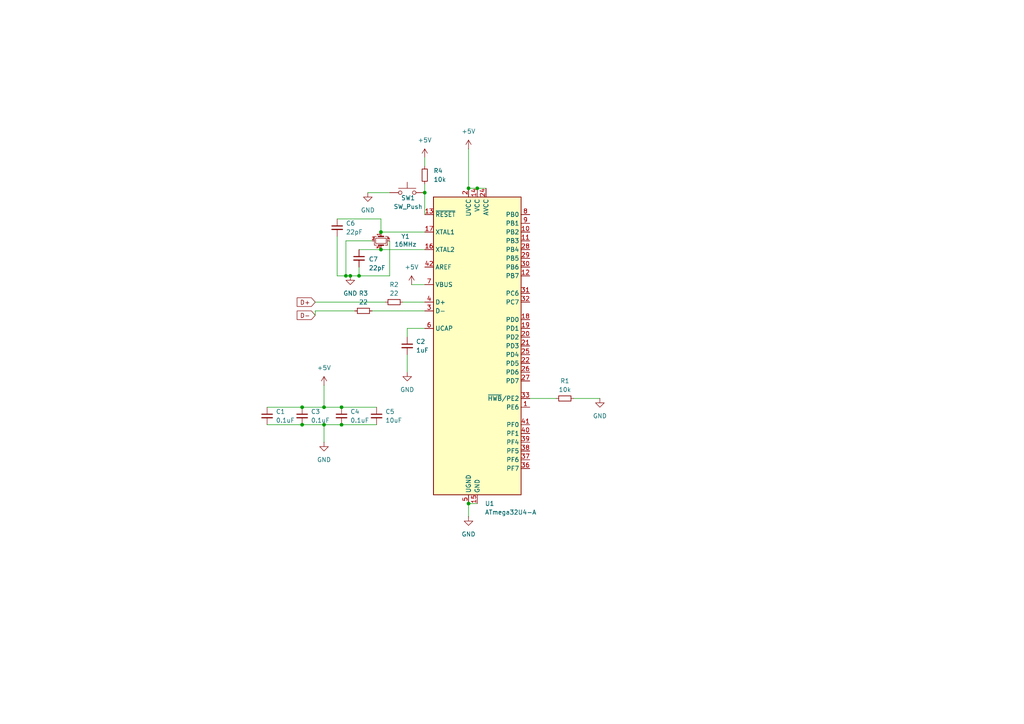
<source format=kicad_sch>
(kicad_sch (version 20231120) (generator "eeschema") (generator_version "8.0")
  (paper "A4")
  (lib_symbols
    (symbol "Device:C_Small" (pin_numbers hide) (pin_names (offset 0.254) hide)
      (property "Reference" "C" (at 0.254 1.778 0))
      (property "Value" "C_Small" (at 0.254 -2.032 0))
      (symbol "C_Small_0_1"
        (polyline (pts (xy -1.524 -0.508) (xy 1.524 -0.508)) (stroke (width 0.3302)))
        (polyline (pts (xy -1.524 0.508) (xy 1.524 0.508)) (stroke (width 0.3048)))
      )
      (symbol "C_Small_1_1"
        (pin passive line (at 0 2.54 270) (length 2.032) (name "~") (number "1"))
        (pin passive line (at 0 -2.54 90) (length 2.032) (name "~") (number "2"))
      )
    )
    (symbol "Device:Crystal_GND24_Small" (pin_names (offset 1.016) hide)
      (property "Reference" "Y" (at 1.27 4.445 0))
      (property "Value" "Crystal_GND24_Small" (at 1.27 2.54 0))
      (symbol "Crystal_GND24_Small_0_1"
        (rectangle (start -0.762 -1.524) (end 0.762 1.524))
        (polyline (pts (xy -1.27 -0.762) (xy -1.27 0.762)) (stroke (width 0.381)))
        (polyline (pts (xy 1.27 -0.762) (xy 1.27 0.762)) (stroke (width 0.381)))
        (polyline (pts (xy -1.27 -1.27) (xy -1.27 -1.905) (xy 1.27 -1.905) (xy 1.27 -1.27)))
        (polyline (pts (xy -1.27 1.27) (xy -1.27 1.905) (xy 1.27 1.905) (xy 1.27 1.27)))
      )
      (symbol "Crystal_GND24_Small_1_1"
        (pin passive line (at -2.54 0 0) (length 1.27) (name "1") (number "1"))
        (pin passive line (at 0 -2.54 90) (length 0.635) (name "2") (number "2"))
        (pin passive line (at 2.54 0 180) (length 1.27) (name "3") (number "3"))
        (pin passive line (at 0 2.54 270) (length 0.635) (name "4") (number "4"))
      )
    )
    (symbol "Device:R_Small" (pin_numbers hide) (pin_names (offset 0.254) hide)
      (property "Reference" "R" (at 0.762 0.508 0))
      (property "Value" "R_Small" (at 0.762 -1.016 0))
      (symbol "R_Small_0_1"
        (rectangle (start -0.762 1.778) (end 0.762 -1.778) (stroke (width 0.2032)))
      )
      (symbol "R_Small_1_1"
        (pin passive line (at 0 2.54 270) (length 0.762) (name "~") (number "1"))
        (pin passive line (at 0 -2.54 90) (length 0.762) (name "~") (number "2"))
      )
    )
    (symbol "MCU_Microchip_ATmega:ATmega32U4-A"
      (property "Reference" "U" (at -12.7 44.45 0))
      (property "Value" "ATmega32U4-A" (at 2.54 -44.45 0))
      (symbol "ATmega32U4-A_0_1"
        (rectangle (start -12.7 -43.18) (end 12.7 43.18) (stroke (width 0.254)) (fill (type background)))
      )
      (symbol "ATmega32U4-A_1_1"
        (pin bidirectional line (at 15.24 -17.78 180) (length 2.54) (name "PE6") (number "1"))
        (pin bidirectional line (at 15.24 33.02 180) (length 2.54) (name "PB2") (number "10"))
        (pin bidirectional line (at 15.24 30.48 180) (length 2.54) (name "PB3") (number "11"))
        (pin bidirectional line (at 15.24 20.32 180) (length 2.54) (name "PB7") (number "12"))
        (pin input line (at -15.24 38.1 0) (length 2.54) (name "~{RESET}") (number "13"))
        (pin power_in line (at 0 45.72 270) (length 2.54) (name "VCC") (number "14"))
        (pin power_in line (at 0 -45.72 90) (length 2.54) (name "GND") (number "15"))
        (pin output line (at -15.24 27.94 0) (length 2.54) (name "XTAL2") (number "16"))
        (pin input line (at -15.24 33.02 0) (length 2.54) (name "XTAL1") (number "17"))
        (pin bidirectional line (at 15.24 7.62 180) (length 2.54) (name "PD0") (number "18"))
        (pin bidirectional line (at 15.24 5.08 180) (length 2.54) (name "PD1") (number "19"))
        (pin power_in line (at -2.54 45.72 270) (length 2.54) (name "UVCC") (number "2"))
        (pin bidirectional line (at 15.24 2.54 180) (length 2.54) (name "PD2") (number "20"))
        (pin bidirectional line (at 15.24 0 180) (length 2.54) (name "PD3") (number "21"))
        (pin bidirectional line (at 15.24 -5.08 180) (length 2.54) (name "PD5") (number "22"))
        (pin passive line (at 0 -45.72 90) (length 2.54) hide (name "GND") (number "23"))
        (pin power_in line (at 2.54 45.72 270) (length 2.54) (name "AVCC") (number "24"))
        (pin bidirectional line (at 15.24 -2.54 180) (length 2.54) (name "PD4") (number "25"))
        (pin bidirectional line (at 15.24 -7.62 180) (length 2.54) (name "PD6") (number "26"))
        (pin bidirectional line (at 15.24 -10.16 180) (length 2.54) (name "PD7") (number "27"))
        (pin bidirectional line (at 15.24 27.94 180) (length 2.54) (name "PB4") (number "28"))
        (pin bidirectional line (at 15.24 25.4 180) (length 2.54) (name "PB5") (number "29"))
        (pin bidirectional line (at -15.24 10.16 0) (length 2.54) (name "D-") (number "3"))
        (pin bidirectional line (at 15.24 22.86 180) (length 2.54) (name "PB6") (number "30"))
        (pin bidirectional line (at 15.24 15.24 180) (length 2.54) (name "PC6") (number "31"))
        (pin bidirectional line (at 15.24 12.7 180) (length 2.54) (name "PC7") (number "32"))
        (pin bidirectional line (at 15.24 -15.24 180) (length 2.54) (name "~{HWB}/PE2") (number "33"))
        (pin passive line (at 0 45.72 270) (length 2.54) hide (name "VCC") (number "34"))
        (pin passive line (at 0 -45.72 90) (length 2.54) hide (name "GND") (number "35"))
        (pin bidirectional line (at 15.24 -35.56 180) (length 2.54) (name "PF7") (number "36"))
        (pin bidirectional line (at 15.24 -33.02 180) (length 2.54) (name "PF6") (number "37"))
        (pin bidirectional line (at 15.24 -30.48 180) (length 2.54) (name "PF5") (number "38"))
        (pin bidirectional line (at 15.24 -27.94 180) (length 2.54) (name "PF4") (number "39"))
        (pin bidirectional line (at -15.24 12.7 0) (length 2.54) (name "D+") (number "4"))
        (pin bidirectional line (at 15.24 -25.4 180) (length 2.54) (name "PF1") (number "40"))
        (pin bidirectional line (at 15.24 -22.86 180) (length 2.54) (name "PF0") (number "41"))
        (pin passive line (at -15.24 22.86 0) (length 2.54) (name "AREF") (number "42"))
        (pin passive line (at 0 -45.72 90) (length 2.54) hide (name "GND") (number "43"))
        (pin passive line (at 2.54 45.72 270) (length 2.54) hide (name "AVCC") (number "44"))
        (pin passive line (at -2.54 -45.72 90) (length 2.54) (name "UGND") (number "5"))
        (pin passive line (at -15.24 5.08 0) (length 2.54) (name "UCAP") (number "6"))
        (pin input line (at -15.24 17.78 0) (length 2.54) (name "VBUS") (number "7"))
        (pin bidirectional line (at 15.24 38.1 180) (length 2.54) (name "PB0") (number "8"))
        (pin bidirectional line (at 15.24 35.56 180) (length 2.54) (name "PB1") (number "9"))
      )
    )
    (symbol "Switch:SW_Push" (pin_numbers hide) (pin_names (offset 1.016) hide)
      (property "Reference" "SW" (at 1.27 2.54 0))
      (property "Value" "SW_Push" (at 0 -1.524 0))
      (symbol "SW_Push_0_1"
        (circle (center -2.032 0) (radius 0.508))
        (polyline (pts (xy 0 1.27) (xy 0 3.048)))
        (polyline (pts (xy 2.54 1.27) (xy -2.54 1.27)))
        (circle (center 2.032 0) (radius 0.508))
        (pin passive line (at -5.08 0 0) (length 2.54) (name "1") (number "1"))
        (pin passive line (at 5.08 0 180) (length 2.54) (name "2") (number "2"))
      )
    )
    (symbol "power:+5V" (power) (pin_numbers hide) (pin_names (offset 0) hide)
      (property "Value" "+5V" (at 0 3.556 0))
      (symbol "+5V_0_1"
        (polyline (pts (xy -0.762 1.27) (xy 0 2.54)))
        (polyline (pts (xy 0 0) (xy 0 2.54)))
        (polyline (pts (xy 0 2.54) (xy 0.762 1.27)))
      )
      (symbol "+5V_1_1"
        (pin power_in line (at 0 0 90) (length 0) (name "~") (number "1"))
      )
    )
    (symbol "power:GND" (power) (pin_numbers hide) (pin_names (offset 0) hide)
      (property "Value" "GND" (at 0 -3.81 0))
      (symbol "GND_0_1"
        (polyline (pts (xy 0 0) (xy 0 -1.27) (xy 1.27 -1.27) (xy 0 -2.54) (xy -1.27 -1.27) (xy 0 -1.27)))
      )
      (symbol "GND_1_1"
        (pin power_in line (at 0 0 270) (length 0) (name "~") (number "1"))
      )
    )
  )
  (junction (at 100.33 80.01))
  (junction (at 104.14 80.01))
  (junction (at 138.43 54.61))
  (junction (at 87.63 123.19))
  (junction (at 110.49 67.31))
  (junction (at 99.06 123.19))
  (junction (at 135.89 54.61))
  (junction (at 110.49 72.39))
  (junction (at 135.89 146.05))
  (junction (at 99.06 118.11))
  (junction (at 123.19 55.88))
  (junction (at 93.98 118.11))
  (junction (at 101.6 80.01))
  (junction (at 87.63 118.11))
  (junction (at 93.98 123.19))
  (wire (pts (xy 91.44 90.17) (xy 91.44 91.44)))
  (wire (pts (xy 100.33 69.85) (xy 100.33 80.01)))
  (wire (pts (xy 110.49 67.31) (xy 123.19 67.31)))
  (wire (pts (xy 123.19 55.88) (xy 123.19 62.23)))
  (wire (pts (xy 93.98 123.19) (xy 93.98 128.27)))
  (wire (pts (xy 100.33 69.85) (xy 107.95 69.85)))
  (wire (pts (xy 87.63 118.11) (xy 93.98 118.11)))
  (wire (pts (xy 118.11 102.87) (xy 118.11 107.95)))
  (wire (pts (xy 153.67 115.57) (xy 161.29 115.57)))
  (wire (pts (xy 116.84 87.63) (xy 123.19 87.63)))
  (wire (pts (xy 91.44 87.63) (xy 111.76 87.63)))
  (wire (pts (xy 118.11 95.25) (xy 123.19 95.25)))
  (wire (pts (xy 119.38 82.55) (xy 123.19 82.55)))
  (wire (pts (xy 118.11 97.79) (xy 118.11 95.25)))
  (wire (pts (xy 135.89 149.86) (xy 135.89 146.05)))
  (wire (pts (xy 110.49 63.5) (xy 97.79 63.5)))
  (wire (pts (xy 91.44 90.17) (xy 102.87 90.17)))
  (wire (pts (xy 93.98 123.19) (xy 99.06 123.19)))
  (wire (pts (xy 77.47 118.11) (xy 87.63 118.11)))
  (wire (pts (xy 93.98 118.11) (xy 99.06 118.11)))
  (wire (pts (xy 123.19 45.72) (xy 123.19 48.26)))
  (wire (pts (xy 123.19 53.34) (xy 123.19 55.88)))
  (wire (pts (xy 97.79 80.01) (xy 100.33 80.01)))
  (wire (pts (xy 110.49 67.31) (xy 110.49 63.5)))
  (wire (pts (xy 99.06 123.19) (xy 109.22 123.19)))
  (wire (pts (xy 113.03 69.85) (xy 113.03 80.01)))
  (wire (pts (xy 77.47 123.19) (xy 87.63 123.19)))
  (wire (pts (xy 97.79 68.58) (xy 97.79 80.01)))
  (wire (pts (xy 135.89 146.05) (xy 138.43 146.05)))
  (wire (pts (xy 166.37 115.57) (xy 173.99 115.57)))
  (wire (pts (xy 100.33 80.01) (xy 101.6 80.01)))
  (wire (pts (xy 106.68 55.88) (xy 113.03 55.88)))
  (wire (pts (xy 93.98 111.76) (xy 93.98 118.11)))
  (wire (pts (xy 113.03 80.01) (xy 104.14 80.01)))
  (wire (pts (xy 107.95 90.17) (xy 123.19 90.17)))
  (wire (pts (xy 104.14 80.01) (xy 101.6 80.01)))
  (wire (pts (xy 104.14 77.47) (xy 104.14 80.01)))
  (wire (pts (xy 104.14 72.39) (xy 110.49 72.39)))
  (wire (pts (xy 87.63 123.19) (xy 93.98 123.19)))
  (wire (pts (xy 138.43 54.61) (xy 135.89 54.61)))
  (wire (pts (xy 110.49 72.39) (xy 123.19 72.39)))
  (wire (pts (xy 99.06 118.11) (xy 109.22 118.11)))
  (wire (pts (xy 135.89 43.18) (xy 135.89 54.61)))
  (wire (pts (xy 140.97 54.61) (xy 138.43 54.61)))
  (global_label "D-" (shape input) (at 91.44 91.44 180) (property "Intersheetrefs" "${INTERSHEET_REFS}" (effects (hide yes))))
  (global_label "D+" (shape input) (at 91.44 87.63 180) (property "Intersheetrefs" "${INTERSHEET_REFS}" (effects (hide yes))))
  (symbol (lib_id "Device:C_Small") (at 99.06 120.65 0) (unit 1)
    (property "Reference" "C4" (at 101.6 119.3862 0) (effects (justify left)))
    (property "Value" "0.1uF" (at 101.6 121.9262 0) (effects (justify left)))
    (property "Description" "Unpolarized capacitor, small symbol" (effects (hide yes)))
  )
  (symbol (lib_id "Device:Crystal_GND24_Small") (at 110.49 69.85 270) (unit 1)
    (property "Reference" "Y1" (at 117.602 68.58 90))
    (property "Value" "16MHz" (at 117.602 70.866 90))
    (property "Description" "Four pin crystal, GND on pins 2 and 4, small symbol" (effects (hide yes)))
  )
  (symbol (lib_id "power:GND") (at 135.89 149.86 0) (unit 1)
    (property "Reference" "#PWR02" (effects (hide yes)))
    (property "Value" "GND" (at 135.89 154.94 0))
    (property "Description" "Power symbol creates a global label with name \"GND\" , ground" (effects (hide yes)))
  )
  (symbol (lib_id "power:GND") (at 118.11 107.95 0) (unit 1)
    (property "Reference" "#PWR05" (effects (hide yes)))
    (property "Value" "GND" (at 118.11 113.03 0))
    (property "Description" "Power symbol creates a global label with name \"GND\" , ground" (effects (hide yes)))
  )
  (symbol (lib_id "Device:C_Small") (at 87.63 120.65 0) (unit 1)
    (property "Reference" "C3" (at 90.17 119.3862 0) (effects (justify left)))
    (property "Value" "0.1uF" (at 90.17 121.9262 0) (effects (justify left)))
    (property "Description" "Unpolarized capacitor, small symbol" (effects (hide yes)))
  )
  (symbol (lib_id "power:+5V") (at 119.38 82.55 0) (unit 1)
    (property "Reference" "#PWR07" (effects (hide yes)))
    (property "Value" "+5V" (at 119.38 77.47 0))
    (property "Description" "Power symbol creates a global label with name \"+5V\"" (effects (hide yes)))
  )
  (symbol (lib_id "power:GND") (at 93.98 128.27 0) (unit 1)
    (property "Reference" "#PWR04" (effects (hide yes)))
    (property "Value" "GND" (at 93.98 133.35 0))
    (property "Description" "Power symbol creates a global label with name \"GND\" , ground" (effects (hide yes)))
  )
  (symbol (lib_id "Device:R_Small") (at 123.19 50.8 0) (unit 1)
    (property "Reference" "R4" (at 125.73 49.5299 0) (effects (justify left)))
    (property "Value" "10k" (at 125.73 52.0699 0) (effects (justify left)))
    (property "Description" "Resistor, small symbol" (effects (hide yes)))
  )
  (symbol (lib_id "power:GND") (at 173.99 115.57 0) (unit 1)
    (property "Reference" "#PWR03" (effects (hide yes)))
    (property "Value" "GND" (at 173.99 120.65 0))
    (property "Description" "Power symbol creates a global label with name \"GND\" , ground" (effects (hide yes)))
  )
  (symbol (lib_id "Device:C_Small") (at 109.22 120.65 0) (unit 1)
    (property "Reference" "C5" (at 111.76 119.3862 0) (effects (justify left)))
    (property "Value" "10uF" (at 111.76 121.9262 0) (effects (justify left)))
    (property "Description" "Unpolarized capacitor, small symbol" (effects (hide yes)))
  )
  (symbol (lib_id "Device:R_Small") (at 163.83 115.57 270) (unit 1)
    (property "Reference" "R1" (at 163.83 110.49 90))
    (property "Value" "10k" (at 163.83 113.03 90))
    (property "Description" "Resistor, small symbol" (effects (hide yes)))
  )
  (symbol (lib_id "Device:C_Small") (at 118.11 100.33 0) (unit 1)
    (property "Reference" "C2" (at 120.65 99.0662 0) (effects (justify left)))
    (property "Value" "1uF" (at 120.65 101.6062 0) (effects (justify left)))
    (property "Description" "Unpolarized capacitor, small symbol" (effects (hide yes)))
  )
  (symbol (lib_id "Device:C_Small") (at 77.47 120.65 0) (unit 1)
    (property "Reference" "C1" (at 80.01 119.3862 0) (effects (justify left)))
    (property "Value" "0.1uF" (at 80.01 121.9262 0) (effects (justify left)))
    (property "Description" "Unpolarized capacitor, small symbol" (effects (hide yes)))
  )
  (symbol (lib_id "Device:R_Small") (at 114.3 87.63 90) (unit 1)
    (property "Reference" "R2" (at 114.3 82.55 90))
    (property "Value" "22" (at 114.3 85.09 90))
    (property "Description" "Resistor, small symbol" (effects (hide yes)))
  )
  (symbol (lib_id "power:+5V") (at 93.98 111.76 0) (unit 1)
    (property "Reference" "#PWR06" (effects (hide yes)))
    (property "Value" "+5V" (at 93.98 106.68 0))
    (property "Description" "Power symbol creates a global label with name \"+5V\"" (effects (hide yes)))
  )
  (symbol (lib_id "power:+5V") (at 135.89 43.18 0) (unit 1)
    (property "Reference" "#PWR01" (effects (hide yes)))
    (property "Value" "+5V" (at 135.89 38.1 0))
    (property "Description" "Power symbol creates a global label with name \"+5V\"" (effects (hide yes)))
  )
  (symbol (lib_id "power:+5V") (at 123.19 45.72 0) (unit 1)
    (property "Reference" "#PWR010" (effects (hide yes)))
    (property "Value" "+5V" (at 123.19 40.64 0))
    (property "Description" "Power symbol creates a global label with name \"+5V\"" (effects (hide yes)))
  )
  (symbol (lib_id "Switch:SW_Push") (at 118.11 55.88 0) (unit 1)
    (property "Reference" "SW1" (at 118.364 57.404 0))
    (property "Value" "SW_Push" (at 118.364 59.944 0))
    (property "Description" "Push button switch, generic, two pins" (effects (hide yes)))
  )
  (symbol (lib_id "Device:R_Small") (at 105.41 90.17 90) (unit 1)
    (property "Reference" "R3" (at 105.41 85.09 90))
    (property "Value" "22" (at 105.41 87.63 90))
    (property "Description" "Resistor, small symbol" (effects (hide yes)))
  )
  (symbol (lib_id "Device:C_Small") (at 104.14 74.93 0) (unit 1)
    (property "Reference" "C7" (at 106.934 75.184 0) (effects (justify left)))
    (property "Value" "22pF" (at 106.934 77.724 0) (effects (justify left)))
    (property "Description" "Unpolarized capacitor, small symbol" (effects (hide yes)))
  )
  (symbol (lib_id "power:GND") (at 101.6 80.01 0) (unit 1)
    (property "Reference" "#PWR08" (effects (hide yes)))
    (property "Value" "GND" (at 101.6 85.09 0))
    (property "Description" "Power symbol creates a global label with name \"GND\" , ground" (effects (hide yes)))
  )
  (symbol (lib_id "power:GND") (at 106.68 55.88 0) (unit 1)
    (property "Reference" "#PWR09" (effects (hide yes)))
    (property "Value" "GND" (at 106.68 60.96 0))
    (property "Description" "Power symbol creates a global label with name \"GND\" , ground" (effects (hide yes)))
  )
  (symbol (lib_id "MCU_Microchip_ATmega:ATmega32U4-A") (at 138.43 100.33 0) (unit 1)
    (property "Reference" "U1" (at 140.6241 146.05 0) (effects (justify left)))
    (property "Value" "ATmega32U4-A" (at 140.6241 148.59 0) (effects (justify left)))
    (property "Footprint" "Package_QFP:TQFP-44_10x10mm_P0.8mm" (effects (hide yes)))
    (property "Datasheet" "http://ww1.microchip.com/downloads/en/DeviceDoc/Atmel-7766-8-bit-AVR-ATmega16U4-32U4_Datasheet.pdf" (effects (hide yes)))
    (property "Description" "16MHz, 32kB Flash, 2.5kB SRAM, 1kB EEPROM, USB 2.0, TQFP-44" (effects (hide yes)))
  )
  (symbol (lib_id "Device:C_Small") (at 97.79 66.04 0) (unit 1)
    (property "Reference" "C6" (at 100.33 64.7762 0) (effects (justify left)))
    (property "Value" "22pF" (at 100.33 67.3162 0) (effects (justify left)))
    (property "Description" "Unpolarized capacitor, small symbol" (effects (hide yes)))
  )
)
</source>
